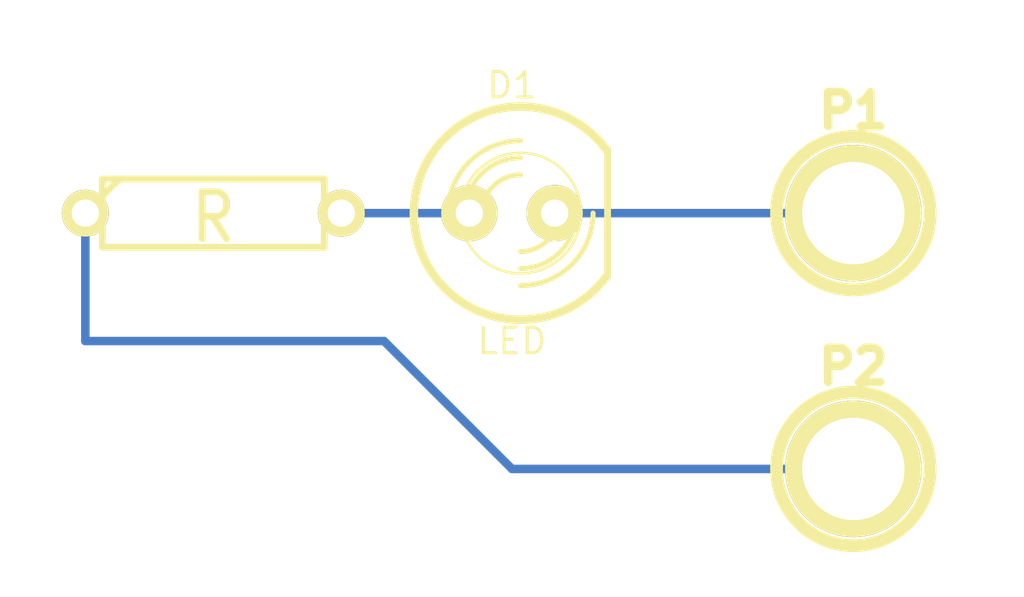
<source format=kicad_pcb>
(kicad_pcb (version 3) (host pcbnew "(2013-may-18)-stable")

  (general
    (links 3)
    (no_connects 0)
    (area 0 0 0 0)
    (thickness 1.6)
    (drawings 0)
    (tracks 6)
    (zones 0)
    (modules 4)
    (nets 4)
  )

  (page A3)
  (layers
    (15 F.Cu signal)
    (0 B.Cu signal)
    (16 B.Adhes user)
    (17 F.Adhes user)
    (18 B.Paste user)
    (19 F.Paste user)
    (20 B.SilkS user)
    (21 F.SilkS user)
    (22 B.Mask user)
    (23 F.Mask user)
    (24 Dwgs.User user)
    (25 Cmts.User user)
    (26 Eco1.User user)
    (27 Eco2.User user)
    (28 Edge.Cuts user)
  )

  (setup
    (last_trace_width 0.254)
    (trace_clearance 0.254)
    (zone_clearance 0.508)
    (zone_45_only no)
    (trace_min 0.254)
    (segment_width 0.2)
    (edge_width 0.15)
    (via_size 0.889)
    (via_drill 0.635)
    (via_min_size 0.889)
    (via_min_drill 0.508)
    (uvia_size 0.508)
    (uvia_drill 0.127)
    (uvias_allowed no)
    (uvia_min_size 0.508)
    (uvia_min_drill 0.127)
    (pcb_text_width 0.3)
    (pcb_text_size 1.5 1.5)
    (mod_edge_width 0.15)
    (mod_text_size 1.5 1.5)
    (mod_text_width 0.15)
    (pad_size 1.524 1.524)
    (pad_drill 0.762)
    (pad_to_mask_clearance 0.2)
    (aux_axis_origin 0 0)
    (visible_elements FFFFFFBF)
    (pcbplotparams
      (layerselection 3178497)
      (usegerberextensions true)
      (excludeedgelayer true)
      (linewidth 0.100000)
      (plotframeref false)
      (viasonmask false)
      (mode 1)
      (useauxorigin false)
      (hpglpennumber 1)
      (hpglpenspeed 20)
      (hpglpendiameter 15)
      (hpglpenoverlay 2)
      (psnegative false)
      (psa4output false)
      (plotreference true)
      (plotvalue true)
      (plotothertext true)
      (plotinvisibletext false)
      (padsonsilk false)
      (subtractmaskfromsilk false)
      (outputformat 1)
      (mirror false)
      (drillshape 1)
      (scaleselection 1)
      (outputdirectory ""))
  )

  (net 0 "")
  (net 1 N-000001)
  (net 2 N-000002)
  (net 3 N-000003)

  (net_class Default "This is the default net class."
    (clearance 0.254)
    (trace_width 0.254)
    (via_dia 0.889)
    (via_drill 0.635)
    (uvia_dia 0.508)
    (uvia_drill 0.127)
    (add_net "")
    (add_net N-000001)
    (add_net N-000002)
    (add_net N-000003)
  )

  (module R3 (layer F.Cu) (tedit 4E4C0E65) (tstamp 5621B4F8)
    (at 173.99 125.73)
    (descr "Resitance 3 pas")
    (tags R)
    (path /5621ADDE)
    (autoplace_cost180 10)
    (fp_text reference R1 (at 0 0.127) (layer F.SilkS) hide
      (effects (font (size 1.397 1.27) (thickness 0.2032)))
    )
    (fp_text value R (at 0 0.127) (layer F.SilkS)
      (effects (font (size 1.397 1.27) (thickness 0.2032)))
    )
    (fp_line (start -3.81 0) (end -3.302 0) (layer F.SilkS) (width 0.2032))
    (fp_line (start 3.81 0) (end 3.302 0) (layer F.SilkS) (width 0.2032))
    (fp_line (start 3.302 0) (end 3.302 -1.016) (layer F.SilkS) (width 0.2032))
    (fp_line (start 3.302 -1.016) (end -3.302 -1.016) (layer F.SilkS) (width 0.2032))
    (fp_line (start -3.302 -1.016) (end -3.302 1.016) (layer F.SilkS) (width 0.2032))
    (fp_line (start -3.302 1.016) (end 3.302 1.016) (layer F.SilkS) (width 0.2032))
    (fp_line (start 3.302 1.016) (end 3.302 0) (layer F.SilkS) (width 0.2032))
    (fp_line (start -3.302 -0.508) (end -2.794 -1.016) (layer F.SilkS) (width 0.2032))
    (pad 1 thru_hole circle (at -3.81 0) (size 1.397 1.397) (drill 0.8128)
      (layers *.Cu *.Mask F.SilkS)
      (net 3 N-000003)
    )
    (pad 2 thru_hole circle (at 3.81 0) (size 1.397 1.397) (drill 0.8128)
      (layers *.Cu *.Mask F.SilkS)
      (net 1 N-000001)
    )
    (model discret/resistor.wrl
      (at (xyz 0 0 0))
      (scale (xyz 0.3 0.3 0.3))
      (rotate (xyz 0 0 0))
    )
  )

  (module LED-5MM (layer F.Cu) (tedit 50ADE86B) (tstamp 5621B507)
    (at 182.88 125.73)
    (descr "LED 5mm - Lead pitch 100mil (2,54mm)")
    (tags "LED led 5mm 5MM 100mil 2,54mm")
    (path /5621AB91)
    (fp_text reference D1 (at 0 -3.81) (layer F.SilkS)
      (effects (font (size 0.762 0.762) (thickness 0.0889)))
    )
    (fp_text value LED (at 0 3.81) (layer F.SilkS)
      (effects (font (size 0.762 0.762) (thickness 0.0889)))
    )
    (fp_line (start 2.8448 1.905) (end 2.8448 -1.905) (layer F.SilkS) (width 0.2032))
    (fp_circle (center 0.254 0) (end -1.016 1.27) (layer F.SilkS) (width 0.0762))
    (fp_arc (start 0.254 0) (end 2.794 1.905) (angle 286.2) (layer F.SilkS) (width 0.254))
    (fp_arc (start 0.254 0) (end -0.889 0) (angle 90) (layer F.SilkS) (width 0.1524))
    (fp_arc (start 0.254 0) (end 1.397 0) (angle 90) (layer F.SilkS) (width 0.1524))
    (fp_arc (start 0.254 0) (end -1.397 0) (angle 90) (layer F.SilkS) (width 0.1524))
    (fp_arc (start 0.254 0) (end 1.905 0) (angle 90) (layer F.SilkS) (width 0.1524))
    (fp_arc (start 0.254 0) (end -1.905 0) (angle 90) (layer F.SilkS) (width 0.1524))
    (fp_arc (start 0.254 0) (end 2.413 0) (angle 90) (layer F.SilkS) (width 0.1524))
    (pad 1 thru_hole circle (at -1.27 0) (size 1.6764 1.6764) (drill 0.8128)
      (layers *.Cu *.Mask F.SilkS)
      (net 1 N-000001)
    )
    (pad 2 thru_hole circle (at 1.27 0) (size 1.6764 1.6764) (drill 0.8128)
      (layers *.Cu *.Mask F.SilkS)
      (net 2 N-000002)
    )
    (model discret/leds/led5_vertical_verde.wrl
      (at (xyz 0 0 0))
      (scale (xyz 1 1 1))
      (rotate (xyz 0 0 0))
    )
  )

  (module 1pin (layer F.Cu) (tedit 200000) (tstamp 5621B50D)
    (at 193.04 125.73)
    (descr "module 1 pin (ou trou mecanique de percage)")
    (tags DEV)
    (path /5621B205)
    (fp_text reference P1 (at 0 -3.048) (layer F.SilkS)
      (effects (font (size 1.016 1.016) (thickness 0.254)))
    )
    (fp_text value CONNECTOR (at 0 2.794) (layer F.SilkS) hide
      (effects (font (size 1.016 1.016) (thickness 0.254)))
    )
    (fp_circle (center 0 0) (end 0 -2.286) (layer F.SilkS) (width 0.381))
    (pad 1 thru_hole circle (at 0 0) (size 4.064 4.064) (drill 3.048)
      (layers *.Cu *.Mask F.SilkS)
      (net 2 N-000002)
    )
  )

  (module 1pin (layer F.Cu) (tedit 200000) (tstamp 5621B513)
    (at 193.04 133.35)
    (descr "module 1 pin (ou trou mecanique de percage)")
    (tags DEV)
    (path /5621B214)
    (fp_text reference P2 (at 0 -3.048) (layer F.SilkS)
      (effects (font (size 1.016 1.016) (thickness 0.254)))
    )
    (fp_text value CONNECTOR (at 0 2.794) (layer F.SilkS) hide
      (effects (font (size 1.016 1.016) (thickness 0.254)))
    )
    (fp_circle (center 0 0) (end 0 -2.286) (layer F.SilkS) (width 0.381))
    (pad 1 thru_hole circle (at 0 0) (size 4.064 4.064) (drill 3.048)
      (layers *.Cu *.Mask F.SilkS)
      (net 3 N-000003)
    )
  )

  (segment (start 181.61 125.73) (end 177.8 125.73) (width 0.254) (layer B.Cu) (net 1) (status C00000))
  (segment (start 193.04 125.73) (end 184.15 125.73) (width 0.254) (layer B.Cu) (net 2) (status C00000))
  (segment (start 170.18 125.73) (end 170.18 129.54) (width 0.254) (layer B.Cu) (net 3) (status 400000))
  (segment (start 182.88 133.35) (end 193.04 133.35) (width 0.254) (layer B.Cu) (net 3) (tstamp 5621B54F) (status 800000))
  (segment (start 179.07 129.54) (end 182.88 133.35) (width 0.254) (layer B.Cu) (net 3) (tstamp 5621B54D))
  (segment (start 170.18 129.54) (end 179.07 129.54) (width 0.254) (layer B.Cu) (net 3) (tstamp 5621B549))

  (zone (net 0) (net_name "") (layer B.Cu) (tstamp 5621B587) (hatch edge 0.508)
    (connect_pads (clearance 0.508))
    (min_thickness 0.254)
    (fill (arc_segments 16) (thermal_gap 0.508) (thermal_bridge_width 0.508))
    (polygon
      (pts
        (xy 167.64 119.38) (xy 198.12 119.38) (xy 198.12 137.16) (xy 167.64 137.16)
      )
    )
  )
)

</source>
